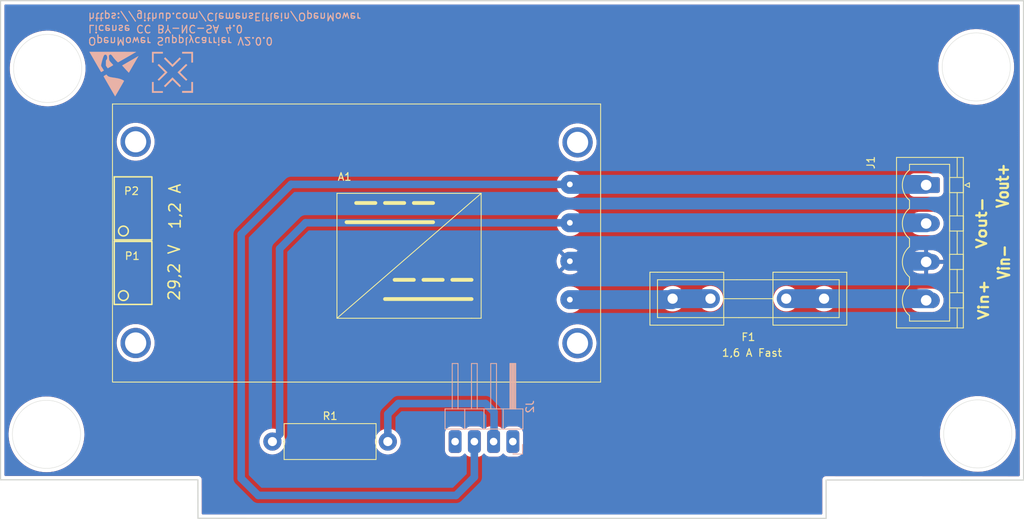
<source format=kicad_pcb>
(kicad_pcb (version 20211014) (generator pcbnew)
  (layers (0 "F.Cu" signal) (31 "B.Cu" signal) (34 "B.Paste" user) (35 "F.Paste" user) (36 "B.SilkS" user "B.Silkscreen") (37 "F.SilkS" user "F.Silkscreen") (38 "B.Mask" user) (39 "F.Mask" user) (44 "Edge.Cuts" user))
  (net 0 "")
  (net 1 "GND1")
  (net 2 "+BATT")
  (net 5 "Net-(F1-Pad1)")
  (net 6 "Net-(A1-Pad1)")
  (net 7 "Net-(A1-Pad2)")
  (net 8 "Net-(J2-Pad2)")
  (footprint "ene9ba_footprint:Fuseholder5x20_horiz_open_inline_Type-I" (layer "F.Cu") (at 133.8702 90.42 180)
    (fp_text reference "F1" (at 10 -5.08) (layer "F.SilkS"))
    (fp_text value "1,6 A Fast" (at 9.5178 -7.1628) (layer "F.SilkS"))
    (fp_line (start 13.25 0) (end 6.75 0) (layer "F.SilkS") (width 0.12))
    (fp_line (start 22 -2.5) (end 11.25 -2.5) (layer "F.SilkS") (width 0.12))
    (fp_line (start 6.75 -3.5) (end -3 -3.5) (layer "F.SilkS") (width 0.12))
    (fp_line (start -0.75 2.5) (end -2 2.5) (layer "F.SilkS") (width 0.12))
    (fp_line (start -0.5 -2.5) (end -2 -2.5) (layer "F.SilkS") (width 0.12))
    (fp_line (start 13.25 -3.5) (end 13.25 3.5) (layer "F.SilkS") (width 0.12))
    (fp_line (start 11.5 2.5) (end -0.75 2.5) (layer "F.SilkS") (width 0.12))
    (fp_line (start 6.75 3.5) (end -3 3.5) (layer "F.SilkS") (width 0.12))
    (fp_line (start 22 2.5) (end 11.5 2.5) (layer "F.SilkS") (width 0.12))
    (fp_line (start 23 -3.5) (end 23 3.5) (layer "F.SilkS") (width 0.12))
    (fp_line (start 23 -3.5) (end 22 -3.5) (layer "F.SilkS") (width 0.12))
    (fp_line (start 11.25 -2.5) (end -0.5 -2.5) (layer "F.SilkS") (width 0.12))
    (fp_line (start -3 -3.5) (end -3 3.5) (layer "F.SilkS") (width 0.12))
    (fp_line (start 22 -2.5) (end 22 2.5) (layer "F.SilkS") (width 0.12))
    (fp_line (start -2 -2.5) (end -2 2.5) (layer "F.SilkS") (width 0.12))
    (fp_line (start 22 3.5) (end 13.25 3.5) (layer "F.SilkS") (width 0.12))
    (fp_line (start 23 3.5) (end 22 3.5) (layer "F.SilkS") (width 0.12))
    (fp_line (start 6.75 -3.5) (end 6.75 3.5) (layer "F.SilkS") (width 0.12))
    (fp_line (start 22 -3.5) (end 13.25 -3.5) (layer "F.SilkS") (width 0.12))
    (pad "1" thru_hole circle locked (at 0 0 180) (size 2.35 2.35) (drill 1.35) (layers *.Cu *.Mask) (net 5 "Net-(F1-Pad1)"))
    (pad "1" thru_hole circle locked (at 5 0 180) (size 2.35 2.35) (drill 1.35) (layers *.Cu *.Mask) (net 5 "Net-(F1-Pad1)"))
    (pad "2" thru_hole circle locked (at 20 0 180) (size 2.35 2.35) (drill 1.35) (layers *.Cu *.Mask) (net 6 "Net-(A1-Pad1)"))
    (pad "2" thru_hole circle locked (at 15 0 180) (size 2.35 2.35) (drill 1.35) (layers *.Cu *.Mask) (net 6 "Net-(A1-Pad1)"))
  )
  (footprint "Resistor_THT:R_Axial_DIN0414_L11.9mm_D4.5mm_P15.24mm_Horizontal" (layer "F.Cu") (at 61.0194 109.3092)
    (fp_text reference "R1" (at 7.62 -3.37) (layer "F.SilkS"))
    (fp_text value "3k3")
    (fp_line (start 13.8 0) (end 13.69 0) (layer "F.SilkS") (width 0.12))
    (fp_line (start 1.55 -2.37) (end 1.55 2.37) (layer "F.SilkS") (width 0.12))
    (fp_line (start 13.69 -2.37) (end 1.55 -2.37) (layer "F.SilkS") (width 0.12))
    (fp_line (start 1.55 2.37) (end 13.69 2.37) (layer "F.SilkS") (width 0.12))
    (fp_line (start 13.69 2.37) (end 13.69 -2.37) (layer "F.SilkS") (width 0.12))
    (fp_line (start 1.44 0) (end 1.55 0) (layer "F.SilkS") (width 0.12))
    (pad "1" thru_hole circle locked (at 0 0) (size 2.4 2.4) (drill 1.2) (layers *.Cu *.Mask) (net 1 "GND1"))
    (pad "2" thru_hole oval locked (at 15.24 0) (size 2.4 2.4) (drill 1.2) (layers *.Cu *.Mask) (net 8 "Net-(J2-Pad2)"))
  )
  (footprint "ene9ba_footprint:DC-DC-XL4016" (layer "F.Cu") (at 101.2892 68.8808 180)
    (fp_text reference "A1" (at 30.734 -5.4356) (layer "F.SilkS"))
    (fp_text value "DC-DC-Converter")
    (fp_line (start 61.3918 4.191) (end -3.0734 4.191) (layer "F.SilkS") (width 0.12))
    (fp_line (start 13.97 -24.13) (end 12.7 -24.13) (layer "F.SilkS") (width 0.12))
    (fp_line (start -3.0734 4.191) (end -3.0734 -32.5628) (layer "F.SilkS") (width 0.12))
    (fp_line (start 12.7 -7.62) (end 31.75 -24.13) (layer "F.SilkS") (width 0.12))
    (fp_line (start 31.75 -24.13) (end 13.97 -24.13) (layer "F.SilkS") (width 0.12))
    (fp_line (start 13.97 -19.05) (end 16.51 -19.05) (layer "F.SilkS") (width 0.5))
    (fp_line (start 31.75 -7.62) (end 31.75 -24.13) (layer "F.SilkS") (width 0.12))
    (fp_line (start 61.3918 -32.5628) (end 61.3918 4.191) (layer "F.SilkS") (width 0.12))
    (fp_line (start 17.78 -19.05) (end 20.32 -19.05) (layer "F.SilkS") (width 0.5))
    (fp_line (start 21.59 -19.05) (end 24.13 -19.05) (layer "F.SilkS") (width 0.5))
    (fp_line (start 19.05 -8.89) (end 21.59 -8.89) (layer "F.SilkS") (width 0.5))
    (fp_line (start -3.0734 -32.5628) (end 61.3156 -32.5628) (layer "F.SilkS") (width 0.12))
    (fp_line (start 22.86 -8.89) (end 25.4 -8.89) (layer "F.SilkS") (width 0.5))
    (fp_line (start 13.97 -21.59) (end 25.4 -21.59) (layer "F.SilkS") (width 0.5))
    (fp_line (start 12.7 -24.13) (end 12.7 -7.62) (layer "F.SilkS") (width 0.12))
    (fp_line (start 26.67 -8.89) (end 29.21 -8.89) (layer "F.SilkS") (width 0.5))
    (fp_line (start 19.05 -11.43) (end 30.48 -11.43) (layer "F.SilkS") (width 0.5))
    (fp_line (start 12.7 -7.62) (end 31.75 -7.62) (layer "F.SilkS") (width 0.12))
    (pad "" thru_hole circle (at 58.33 -27.4 180) (size 4 4) (drill 2.8) (layers *.Cu *.Mask))
    (pad "" thru_hole circle (at 58.33 -0.8 180) (size 4 4) (drill 2.8) (layers *.Cu *.Mask))
    (pad "" thru_hole circle (at -0.03 -0.88 180) (size 4 4) (drill 2.8) (layers *.Cu *.Mask))
    (pad "" thru_hole circle (at -0.02 -27.43 180) (size 4 4) (drill 2.8) (layers *.Cu *.Mask))
    (pad "1" thru_hole circle (at 0.99 -21.67 180) (size 2.5 2.5) (drill 0.762) (layers *.Cu *.Mask) (net 6 "Net-(A1-Pad1)"))
    (pad "2" thru_hole circle (at 0.99 -16.59 180) (size 2.5 2.5) (drill 0.762) (layers *.Cu *.Mask) (net 7 "Net-(A1-Pad2)"))
    (pad "3" thru_hole circle (at 0.99 -6.43 180) (size 2.5 2.5) (drill 0.762) (layers *.Cu *.Mask) (net 2 "+BATT"))
    (pad "4" thru_hole circle (at 0.99 -11.51 180) (size 2.5 2.5) (drill 0.762) (layers *.Cu *.Mask) (net 1 "GND1"))
  )
  (footprint "Connector_Phoenix_MSTB:PhoenixContact_MSTBVA_2,5_4-G-5,08_1x04_P5.08mm_Vertical" (layer "F.Cu") (at 147.3535 75.4016 -90)
    (fp_text reference "J1" (at -2.9648 7.3039 -90) (layer "F.SilkS"))
    (fp_text value "Conn_01x04")
    (fp_line (start -2 2.2) (end -2.74 2.2) (layer "F.SilkS") (width 0.12))
    (fp_line (start 18.89 -4.91) (end -3.65 -4.91) (layer "F.SilkS") (width 0.12))
    (fp_line (start -2.74 2.2) (end -2.74 -3.1) (layer "F.SilkS") (width 0.12))
    (fp_line (start 18.89 -4.1) (end 16.35 -4.1) (layer "F.SilkS") (width 0.12))
    (fp_line (start -2.74 -3.1) (end 17.98 -3.1) (layer "F.SilkS") (width 0.12))
    (fp_line (start 0.3 -5.71) (end 0 -5.11) (layer "F.SilkS") (width 0.12))
    (fp_line (start 1 -4.1) (end 4.08 -4.1) (layer "F.SilkS") (width 0.12))
    (fp_line (start 1 -4.91) (end 1 -3.1) (layer "F.SilkS") (width 0.12))
    (fp_line (start 14.24 -4.91) (end 16.24 -4.91) (layer "F.SilkS") (width 0.12))
    (fp_line (start -3.65 -4.1) (end -1.11 -4.1) (layer "F.SilkS") (width 0.12))
    (fp_line (start 11.16 -3.1) (end 9.16 -3.1) (layer "F.SilkS") (width 0.12))
    (fp_line (start 16.24 -3.1) (end 14.24 -3.1) (layer "F.SilkS") (width 0.12))
    (fp_line (start 17.98 2.2) (end 17.24 2.2) (layer "F.SilkS") (width 0.12))
    (fp_line (start 16.24 -4.91) (end 16.24 -3.1) (layer "F.SilkS") (width 0.12))
    (fp_line (start -1 -4.91) (end 1 -4.91) (layer "F.SilkS") (width 0.12))
    (fp_line (start -0.3 -5.71) (end 0.3 -5.71) (layer "F.SilkS") (width 0.12))
    (fp_line (start 1 -3.1) (end -1 -3.1) (layer "F.SilkS") (width 0.12))
    (fp_line (start -1 -3.1) (end -1 -4.91) (layer "F.SilkS") (width 0.12))
    (fp_line (start 12.16 2.2) (end 13.24 2.2) (layer "F.SilkS") (width 0.12))
    (fp_line (start 6.08 -3.1) (end 4.08 -3.1) (layer "F.SilkS") (width 0.12))
    (fp_line (start 6.08 -4.1) (end 9.16 -4.1) (layer "F.SilkS") (width 0.12))
    (fp_line (start 7.08 2.2) (end 8.16 2.2) (layer "F.SilkS") (width 0.12))
    (fp_line (start 6.08 -4.91) (end 6.08 -3.1) (layer "F.SilkS") (width 0.12))
    (fp_line (start 11.16 -4.1) (end 14.24 -4.1) (layer "F.SilkS") (width 0.12))
    (fp_line (start 17.98 -3.1) (end 17.98 2.2) (layer "F.SilkS") (width 0.12))
    (fp_line (start 14.24 -3.1) (end 14.24 -4.91) (layer "F.SilkS") (width 0.12))
    (fp_line (start 9.16 -4.91) (end 11.16 -4.91) (layer "F.SilkS") (width 0.12))
    (fp_line (start 4.08 -3.1) (end 4.08 -4.91) (layer "F.SilkS") (width 0.12))
    (fp_line (start 4.08 -4.91) (end 6.08 -4.91) (layer "F.SilkS") (width 0.12))
    (fp_line (start 11.16 -4.91) (end 11.16 -3.1) (layer "F.SilkS") (width 0.12))
    (fp_line (start 9.16 -3.1) (end 9.16 -4.91) (layer "F.SilkS") (width 0.12))
    (fp_line (start 2 2.2) (end 3.08 2.2) (layer "F.SilkS") (width 0.12))
    (fp_line (start 18.89 3.91) (end 18.89 -4.91) (layer "F.SilkS") (width 0.12))
    (fp_line (start 0 -5.11) (end -0.3 -5.71) (layer "F.SilkS") (width 0.12))
    (fp_line (start -3.65 3.91) (end 18.89 3.91) (layer "F.SilkS") (width 0.12))
    (fp_line (start -3.65 -4.91) (end -3.65 3.91) (layer "F.SilkS") (width 0.12))
    (fp_arc (start 1.986842 2.215821) (mid -0.010289 3.142758) (end -2 2.2) (layer "F.SilkS") (width 0.12))
    (fp_arc (start 17.226842 2.215821) (mid 15.229711 3.142758) (end 13.24 2.2) (layer "F.SilkS") (width 0.12))
    (fp_arc (start 12.146842 2.215821) (mid 10.149711 3.142758) (end 8.16 2.2) (layer "F.SilkS") (width 0.12))
    (fp_arc (start 7.066842 2.215821) (mid 5.069711 3.142758) (end 3.08 2.2) (layer "F.SilkS") (width 0.12))
    (pad "1" thru_hole roundrect (at 0 0 270) (size 2.08 3.6) (drill 1.4) (layers *.Cu *.Mask) (roundrect_rratio 0.120192) (net 2 "+BATT"))
    (pad "2" thru_hole oval (at 5.08 0 270) (size 2.08 3.6) (drill 1.4) (layers *.Cu *.Mask) (net 1 "GND1"))
    (pad "3" thru_hole oval (at 10.16 0 270) (size 2.08 3.6) (drill 1.4) (layers *.Cu *.Mask) (net 7 "Net-(A1-Pad2)"))
    (pad "4" thru_hole oval (at 15.24 0 270) (size 2.08 3.6) (drill 1.4) (layers *.Cu *.Mask) (net 5 "Net-(F1-Pad1)"))
  )
  (footprint "ene9ba_footprint:PinHeader_1x04_P2.54mm_Horizontal" (layer "B.Cu") (at 92.7694 109.3092 90)
    (fp_text reference "J2" (at 4.603 2.27 270) (layer "B.SilkS") (effects (justify mirror)))
    (fp_text value "Conn_01x04")
    (fp_line (start 4.318 -0.16) (end 10.318 -0.16) (layer "B.SilkS") (width 0.12))
    (fp_line (start 10.318 -4.7) (end 10.318 -5.46) (layer "B.SilkS") (width 0.12))
    (fp_line (start 1.658 -8.95) (end 4.318 -8.95) (layer "B.SilkS") (width 0.12))
    (fp_line (start -1.651 0) (end -1.651 1.27) (layer "B.SilkS") (width 0.12))
    (fp_line (start 1.658 -1.27) (end 4.318 -1.27) (layer "B.SilkS") (width 0.12))
    (fp_line (start 10.318 -8) (end 4.318 -8) (layer "B.SilkS") (width 0.12))
    (fp_line (start 10.318 -5.46) (end 4.318 -5.46) (layer "B.SilkS") (width 0.12))
    (fp_line (start 1.658 1.33) (end 1.658 -8.95) (layer "B.SilkS") (width 0.12))
    (fp_line (start 10.318 -2.16) (end 10.318 -2.92) (layer "B.SilkS") (width 0.12))
    (fp_line (start 4.318 1.33) (end 1.658 1.33) (layer "B.SilkS") (width 0.12))
    (fp_line (start 4.318 0.38) (end 10.318 0.38) (layer "B.SilkS") (width 0.12))
    (fp_line (start 4.318 0.08) (end 10.318 0.08) (layer "B.SilkS") (width 0.12))
    (fp_line (start 4.318 -4.7) (end 10.318 -4.7) (layer "B.SilkS") (width 0.12))
    (fp_line (start 1.658 -6.35) (end 4.318 -6.35) (layer "B.SilkS") (width 0.12))
    (fp_line (start 4.318 -8.95) (end 4.318 1.33) (layer "B.SilkS") (width 0.12))
    (fp_line (start 4.318 -0.28) (end 10.318 -0.28) (layer "B.SilkS") (width 0.12))
    (fp_line (start 10.318 0.38) (end 10.318 -0.38) (layer "B.SilkS") (width 0.12))
    (fp_line (start 10.318 -2.92) (end 4.318 -2.92) (layer "B.SilkS") (width 0.12))
    (fp_line (start 1.658 -3.81) (end 4.318 -3.81) (layer "B.SilkS") (width 0.12))
    (fp_line (start -1.651 1.27) (end -0.381 1.27) (layer "B.SilkS") (width 0.12))
    (fp_line (start 4.318 0.2) (end 10.318 0.2) (layer "B.SilkS") (width 0.12))
    (fp_line (start 10.318 -7.24) (end 10.318 -8) (layer "B.SilkS") (width 0.12))
    (fp_line (start 4.318 -0.04) (end 10.318 -0.04) (layer "B.SilkS") (width 0.12))
    (fp_line (start 4.318 -2.16) (end 10.318 -2.16) (layer "B.SilkS") (width 0.12))
    (fp_line (start 10.318 -0.38) (end 4.318 -0.38) (layer "B.SilkS") (width 0.12))
    (fp_line (start 4.318 0.32) (end 10.318 0.32) (layer "B.SilkS") (width 0.12))
    (fp_line (start 4.318 -7.24) (end 10.318 -7.24) (layer "B.SilkS") (width 0.12))
    (pad "1" thru_hole roundrect (at 0 0 90) (size 3 1.7) (drill 1) (layers *.Cu *.Mask))
    (pad "2" thru_hole roundrect (at 0 -2.54 90) (size 3 1.7) (drill 1) (layers *.Cu *.Mask) (net 8 "Net-(J2-Pad2)"))
    (pad "3" thru_hole roundrect (at 0 -5.08 90) (size 3 1.7) (drill 1) (layers *.Cu *.Mask) (net 2 "+BATT"))
    (pad "4" thru_hole roundrect (at 0 -7.62 90) (size 3 1.7) (drill 1) (layers *.Cu *.Mask))
  )
  (footprint "Symbol:ESD-Logo_6.6x6mm_SilkScreen" (layer "B.Cu") (at 40.0968 60.748)
    (fp_text reference "REF**" hide)
    (fp_text value "ESD-Logo_6.6x6mm_SilkScreen" hide)
    (fp_poly (pts (xy 1.987528 -0.234619) (xy 1.998908 -0.253693) (xy 2.024488 -0.297421) (xy 2.063002 -0.363619) (xy 2.113186 -0.450102) (xy 2.173775 -0.554685) (xy 2.243503 -0.675183) (xy 2.321107 -0.809412) (xy 2.40532 -0.955187) (xy 2.494879 -1.110323) (xy 2.586998 -1.27) (xy 2.681076 -1.433117) (xy 2.771402 -1.589709) (xy 2.856665 -1.737506) (xy 2.935557 -1.87424) (xy 3.006769 -1.997642) (xy 3.068991 -2.105444) (xy 3.120913 -2.195377) (xy 3.161228 -2.265173) (xy 3.188624 -2.312564) (xy 3.201507 -2.334786) (xy 3.222507 -2.37233) (xy 3.233925 -2.395831) (xy 3.234551 -2.39992) (xy 3.220636 -2.392242) (xy 3.181941 -2.370203) (xy 3.120487 -2.334971) (xy 3.038298 -2.287711) (xy 2.937396 -2.229589) (xy 2.819805 -2.161771) (xy 2.687546 -2.085424) (xy 2.542642 -2.001714) (xy 2.387117 -1.911806) (xy 2.222992 -1.816867) (xy 2.160549 -1.780732) (xy 1.993487 -1.684083) (xy 1.834074 -1.591938) (xy 1.684355 -1.505475) (xy 1.546376 -1.425871) (xy 1.422185 -1.354305) (xy 1.313827 -1.291955) (xy 1.223348 -1.239998) (xy 1.152796 -1.199613) (xy 1.104215 -1.171978) (xy 1.079654 -1.158272) (xy 1.077085 -1.156974) (xy 1.084569 -1.14522) (xy 1.110614 -1.113795) (xy 1.152559 -1.065594) (xy 1.207746 -1.00351) (xy 1.273517 -0.930439) (xy 1.347212 -0.849276) (xy 1.426173 -0.762916) (xy 1.50774 -0.674253) (xy 1.589254 -0.586182) (xy 1.668057 -0.501599) (xy 1.74149 -0.423397) (xy 1.806893 -0.354472) (xy 1.861608 -0.297719) (xy 1.902977 -0.256032) (xy 1.917164 -0.242363) (xy 1.96418 -0.198201) (xy 1.987528 -0.234619)) (layer "B.SilkS") (width 0.01) (fill solid))
    (fp_poly (pts (xy 0.164043 2.914165) (xy 0.187065 2.876755) (xy 0.222534 2.817486) (xy 0.268996 2.738882) (xy 0.324996 2.643462) (xy 0.389081 2.53375) (xy 0.459796 2.412266) (xy 0.535687 2.281532) (xy 0.615299 2.14407) (xy 0.697178 2.002402) (xy 0.77987 1.859049) (xy 0.861921 1.716533) (xy 0.941876 1.577376) (xy 1.018281 1.444099) (xy 1.089682 1.319224) (xy 1.154624 1.205273) (xy 1.211653 1.104767) (xy 1.259315 1.020228) (xy 1.296155 0.954178) (xy 1.32072 0.909138) (xy 1.331554 0.88763) (xy 1.331951 0.886286) (xy 1.318501 0.868035) (xy 1.281114 0.840118) (xy 1.224235 0.805275) (xy 1.152312 0.766246) (xy 1.077015 0.729157) (xy 0.97456 0.684183) (xy 0.866817 0.643774) (xy 0.750073 0.607031) (xy 0.620618 0.573058) (xy 0.47474 0.540956) (xy 0.308726 0.509827) (xy 0.118866 0.478773) (xy -0.077531 0.449855) (xy -0.248166 0.4242) (xy -0.391455 0.398802) (xy -0.510992 0.372398) (xy -0.61037 0.343727) (xy -0.693182 0.311527) (xy -0.763022 0.274535) (xy -0.823482 0.231488) (xy -0.878155 0.181125) (xy -0.895786 0.162417) (xy -0.934 0.118861) (xy -0.962268 0.083318) (xy -0.975382 0.062417) (xy -0.975732 0.060703) (xy -0.98032 0.050194) (xy -0.996242 0.050076) (xy -1.026734 0.061746) (xy -1.075032 0.086604) (xy -1.144373 0.126048) (xy -1.192561 0.154413) (xy -1.264417 0.198753) (xy -1.320258 0.236721) (xy -1.356333 0.265584) (xy -1.368887 0.282612) (xy -1.368879 0.282736) (xy -1.361094 0.298963) (xy -1.339108 0.3396) (xy -1.304197 0.402433) (xy -1.257637 0.485248) (xy -1.200705 0.585828) (xy -1.134677 0.70196) (xy -1.060828 0.831429) (xy -0.980436 0.97202) (xy -0.894776 1.121518) (xy -0.805124 1.277708) (xy -0.712757 1.438376) (xy -0.618951 1.601307) (xy -0.524982 1.764287) (xy -0.432126 1.9251) (xy -0.34166 2.081532) (xy -0.254859 2.231367) (xy -0.173 2.372392) (xy -0.097359 2.502391) (xy -0.029213 2.619151) (xy 0.030163 2.720455) (xy 0.079493 2.804089) (xy 0.1175 2.867838) (xy 0.142907 2.909489) (xy 0.15444 2.926825) (xy 0.154923 2.927195) (xy 0.164043 2.914165)) (layer "B.SilkS") (width 0.01) (fill solid))
    (fp_poly (pts (xy -1.677906 -0.291158) (xy -1.645381 -0.303736) (xy -1.595807 -0.328712) (xy -1.524626 -0.367876) (xy -1.519084 -0.370988) (xy -1.453526 -0.408476) (xy -1.398202 -0.441319) (xy -1.358545 -0.466205) (xy -1.339988 -0.47982) (xy -1.339469 -0.480487) (xy -1.343952 -0.49939) (xy -1.364514 -0.541605) (xy -1.399817 -0.604832) (xy -1.44852 -0.686772) (xy -1.509282 -0.785122) (xy -1.580764 -0.897585) (xy -1.598555 -0.925165) (xy -1.644907 -1.001699) (xy -1.678658 -1.067556) (xy -1.696847 -1.116782) (xy -1.698714 -1.126507) (xy -1.697885 -1.169312) (xy -1.688606 -1.237209) (xy -1.672032 -1.325843) (xy -1.64932 -1.430859) (xy -1.621627 -1.547902) (xy -1.59011 -1.672616) (xy -1.555925 -1.800645) (xy -1.520229 -1.927634) (xy -1.484179 -2.049228) (xy -1.448932 -2.161072) (xy -1.415644 -2.25881) (xy -1.385472 -2.338087) (xy -1.364439 -2.385122) (xy -1.339663 -2.435225) (xy -1.31627 -2.483168) (xy -1.315003 -2.485793) (xy -1.276301 -2.53422) (xy -1.219816 -2.566828) (xy -1.154061 -2.582454) (xy -1.087549 -2.579937) (xy -1.028795 -2.558114) (xy -0.995742 -2.529382) (xy -0.948141 -2.450583) (xy -0.913261 -2.352378) (xy -0.894123 -2.244779) (xy -0.891412 -2.18378) (xy -0.90233 -2.069935) (xy -0.934376 -1.97566) (xy -0.989274 -1.896379) (xy -1.006393 -1.878733) (xy -1.057339 -1.829235) (xy -1.060837 -1.479362) (xy -1.064336 -1.129489) (xy -0.975182 -0.994531) (xy -0.933346 -0.933445) (xy -0.893055 -0.878493) (xy -0.860057 -0.837336) (xy -0.845874 -0.822192) (xy -0.805719 -0.78481) (xy -0.751335 -0.814098) (xy -0.716961 -0.835084) (xy -0.698154 -0.851378) (xy -0.696951 -0.854307) (xy -0.684097 -0.866728) (xy -0.662104 -0.875977) (xy -0.64085 -0.884313) (xy -0.608306 -0.900149) (xy -0.561678 -0.925033) (xy -0.498171 -0.960509) (xy -0.414992 -1.008123) (xy -0.309347 -1.069422) (xy -0.251938 -1.102932) (xy -0.184406 -1.143071) (xy -0.140115 -1.171659) (xy -0.115145 -1.192039) (xy -0.105577 -1.207553) (xy -0.107492 -1.221546) (xy -0.109089 -1.224796) (xy -0.124624 -1.245266) (xy -0.157864 -1.283665) (xy -0.204938 -1.335696) (xy -0.261972 -1.397066) (xy -0.3113 -1.44909) (xy -0.42497 -1.572567) (xy -0.513895 -1.679591) (xy -0.578866 -1.77124) (xy -0.620679 -1.848588) (xy -0.634783 -1.887866) (xy -0.640608 -1.922249) (xy -0.646625 -1.980899) (xy -0.652304 -2.057117) (xy -0.657116 -2.144202) (xy -0.659381 -2.199268) (xy -0.662541 -2.294464) (xy -0.663931 -2.364062) (xy -0.663142 -2.413409) (xy -0.659765 -2.447854) (xy -0.653392 -2.472743) (xy -0.643613 -2.493425) (xy -0.635933 -2.506053) (xy -0.591579 -2.554726) (xy -0.534426 -2.588645) (xy -0.474292 -2.603438) (xy -0.429227 -2.598086) (xy -0.388424 -2.57493) (xy -0.337276 -2.533462) (xy -0.282958 -2.480912) (xy -0.232643 -2.424516) (xy -0.193506 -2.371505) (xy -0.179095 -2.345889) (xy -0.157509 -2.310814) (xy -0.118247 -2.257389) (xy -0.064898 -2.189789) (xy -0.001048 -2.11219) (xy 0.069715 -2.028768) (xy 0.143804 -1.943698) (xy 0.217632 -1.861155) (xy 0.287611 -1.785316) (xy 0.350155 -1.720356) (xy 0.39926 -1.672669) (xy 0.453779 -1.625032) (xy 0.499642 -1.589908) (xy 0.531811 -1.570949) (xy 0.542489 -1.568864) (xy 0.558853 -1.577274) (xy 0.599671 -1.599846) (xy 0.662586 -1.635224) (xy 0.745244 -1.682054) (xy 0.845289 -1.738981) (xy 0.960366 -1.804649) (xy 1.088119 -1.877703) (xy 1.226194 -1.956788) (xy 1.372234 -2.040548) (xy 1.523884 -2.127629) (xy 1.67879 -2.216676) (xy 1.834595 -2.306332) (xy 1.988944 -2.395243) (xy 2.139482 -2.482054) (xy 2.283854 -2.565409) (xy 2.419704 -2.643954) (xy 2.544677 -2.716333) (xy 2.656417 -2.78119) (xy 2.75257 -2.837171) (xy 2.830779 -2.88292) (xy 2.888689 -2.917083) (xy 2.923946 -2.938304) (xy 2.934165 -2.944963) (xy 2.920402 -2.94628) (xy 2.877104 -2.947559) (xy 2.805714 -2.948796) (xy 2.707673 -2.949983) (xy 2.584422 -2.951115) (xy 2.437403 -2.952186) (xy 2.268057 -2.953189) (xy 2.077826 -2.954119) (xy 1.868151 -2.954968) (xy 1.640473 -2.955732) (xy 1.396235 -2.956403) (xy 1.136877 -2.956976) (xy 0.863841 -2.957444) (xy 0.578568 -2.957802) (xy 0.2825 -2.958042) (xy -0.022921 -2.958159) (xy -0.151076 -2.958171) (xy -3.25103 -2.958171) (xy -3.029947 -2.574847) (xy -2.983144 -2.49368) (xy -2.922898 -2.389166) (xy -2.851222 -2.264801) (xy -2.770131 -2.124082) (xy -2.681638 -1.970503) (xy -2.58776 -1.807562) (xy -2.490509 -1.638754) (xy -2.3919 -1.467575) (xy -2.293947 -1.297521) (xy -2.269175 -1.254512) (xy -2.178848 -1.097857) (xy -2.092711 -0.948803) (xy -2.012058 -0.809568) (xy -1.938184 -0.682371) (xy -1.872383 -0.569432) (xy -1.81595 -0.472968) (xy -1.770179 -0.3952) (xy -1.736365 -0.338346) (xy -1.715802 -0.304625) (xy -1.710047 -0.29604) (xy -1.697942 -0.289189) (xy -1.677906 -0.291158)) (layer "B.SilkS") (width 0.01) (fill solid))
  )
  (footprint "x-tech-logo:x-tech-logo" (layer "B.Cu") (at 47.7968 60.448 180)
    (fp_text reference "G***" hide)
    (fp_text value "LOGO" hide)
    (fp_poly (pts (xy -1.794969 1.024989) (xy -1.733517 0.970715) (xy -1.643262 0.886539) (xy -1.529623 0.7776) (xy -1.39802 0.649037) (xy -1.253874 0.505989) (xy -1.241778 0.493889) (xy -0.691988 -0.056444) (xy -1.241778 -0.606778) (xy -1.386706 -0.750777) (xy -1.51953 -0.880708) (xy -1.63483 -0.991433) (xy -1.727187 -1.077812) (xy -1.791182 -1.134707) (xy -1.821393 -1.156979) (xy -1.822198 -1.157111) (xy -1.860678 -1.138189) (xy -1.913881 -1.091993) (xy -1.919996 -1.085614) (xy -1.987164 -1.014117) (xy -1.508949 -0.535281) (xy -1.030734 -0.056444) (xy -1.987164 0.901228) (xy -1.919996 0.972725) (xy -1.866489 1.021052) (xy -1.825198 1.043938) (xy -1.822198 1.044222) (xy -1.794969 1.024989)) (layer "B.SilkS") (width 0.01) (fill solid))
    (fp_poly (pts (xy 1.804233 1.0253) (xy 1.857436 0.979105) (xy 1.863551 0.972725) (xy 1.930719 0.901228) (xy 0.974289 -0.056444) (xy 1.452504 -0.535281) (xy 1.930719 -1.014117) (xy 1.863551 -1.085614) (xy 1.810044 -1.133941) (xy 1.768753 -1.156827) (xy 1.765753 -1.157111) (xy 1.738524 -1.137878) (xy 1.677072 -1.083604) (xy 1.586817 -0.999428) (xy 1.473178 -0.890489) (xy 1.341575 -0.761926) (xy 1.197429 -0.618878) (xy 1.185333 -0.606778) (xy 0.635543 -0.056444) (xy 1.185333 0.493889) (xy 1.330261 0.637888) (xy 1.463085 0.767819) (xy 1.578385 0.878544) (xy 1.670742 0.964924) (xy 1.734737 1.021819) (xy 1.764948 1.04409) (xy 1.765753 1.044222) (xy 1.804233 1.0253)) (layer "B.SilkS") (width 0.01) (fill solid))
    (fp_poly (pts (xy 2.681111 -2.765778) (xy 1.241778 -2.765778) (xy 1.241778 -2.54) (xy 2.455333 -2.54) (xy 2.455333 -1.326444) (xy 2.681111 -1.326444) (xy 2.681111 -2.765778)) (layer "B.SilkS") (width 0.01) (fill solid))
    (fp_poly (pts (xy -2.511778 -2.511778) (xy -1.298222 -2.511778) (xy -1.298222 -2.765778) (xy -2.737556 -2.765778) (xy -2.737556 -1.326444) (xy -2.511778 -1.326444) (xy -2.511778 -2.511778)) (layer "B.SilkS") (width 0.01) (fill solid))
    (fp_poly (pts (xy 0.536086 -1.283975) (xy 1.100388 -1.847748) (xy 1.015745 -1.932392) (xy 0.931102 -2.017035) (xy 0.45144 -1.537995) (xy -0.028222 -1.058956) (xy -0.501247 -1.531367) (xy -0.634795 -1.664097) (xy -0.755075 -1.782414) (xy -0.856377 -1.8808) (xy -0.932991 -1.953738) (xy -0.979208 -1.995712) (xy -0.990217 -2.003778) (xy -1.018628 -1.985328) (xy -1.065405 -1.940705) (xy -1.067525 -1.938459) (xy -1.110513 -1.885016) (xy -1.12888 -1.846934) (xy -1.128889 -1.846465) (xy -1.109671 -1.820289) (xy -1.055438 -1.759813) (xy -0.971322 -1.670415) (xy -0.862458 -1.557471) (xy -0.733976 -1.426357) (xy -0.591011 -1.28245) (xy -0.578552 -1.269997) (xy -0.028216 -0.720203) (xy 0.536086 -1.283975)) (layer "B.SilkS") (width 0.01) (fill solid))
    (fp_poly (pts (xy -1.298222 2.427111) (xy -2.511778 2.427111) (xy -2.511778 1.241778) (xy -2.737556 1.241778) (xy -2.737556 2.652889) (xy -1.298222 2.652889) (xy -1.298222 2.427111)) (layer "B.SilkS") (width 0.01) (fill solid))
    (fp_poly (pts (xy 2.681111 1.241778) (xy 2.455333 1.241778) (xy 2.455333 2.427111) (xy 1.241778 2.427111) (xy 1.241778 2.652889) (xy 2.681111 2.652889) (xy 2.681111 1.241778)) (layer "B.SilkS") (width 0.01) (fill solid))
    (fp_poly (pts (xy 1.016026 1.84853) (xy 1.102215 1.765956) (xy 0.544317 1.207533) (xy 0.399079 1.062663) (xy 0.266888 0.931769) (xy 0.152946 0.819927) (xy 0.06246 0.732214) (xy 0.000633 0.673706) (xy -0.027329 0.649479) (xy -0.028229 0.649111) (xy -0.051212 0.668283) (xy -0.108719 0.722388) (xy -0.195502 0.806308) (xy -0.306311 0.914925) (xy -0.435898 1.043122) (xy -0.579013 1.185781) (xy -0.591899 1.198676) (xy -1.140922 1.748241) (xy -1.05835 1.834428) (xy -0.975777 1.920615) (xy -0.502 1.447452) (xy -0.028222 0.974289) (xy 0.450807 1.452697) (xy 0.929837 1.931105) (xy 1.016026 1.84853)) (layer "B.SilkS") (width 0.01) (fill solid))
  )
  (gr_rect (start 40.126 74.3164) (end 45.1044 82.6476) (layer "F.SilkS") (width 0.2) (fill none))
  (gr_rect (start 40.126 82.8508) (end 45.1044 91.182) (layer "F.SilkS") (width 0.2) (fill none))
  (gr_circle (center 41.3452 81.4792) (end 41.991778 81.4792) (layer "F.SilkS") (width 0.2) (fill none))
  (gr_circle (center 41.3452 90.0136) (end 41.991778 90.0136) (layer "F.SilkS") (width 0.2) (fill none))
  (gr_line (start 160.22 114.4) (end 160.21 51.04) (layer "Edge.Cuts") (width 0.15))
  (gr_line (start 134.14 114.39) (end 160.22 114.4) (layer "Edge.Cuts") (width 0.15))
  (gr_line (start 51.18 114.36) (end 51.19 119.45) (layer "Edge.Cuts") (width 0.15))
  (gr_circle (center 31.3376 59.989108) (end 35.8376 59.989108) (layer "Edge.Cuts") (width 0.05) (fill none))
  (gr_circle (center 31.1852 108.3528) (end 35.6852 108.3528) (layer "Edge.Cuts") (width 0.05) (fill none))
  (gr_line (start 51.19 119.45) (end 134.14 119.46) (layer "Edge.Cuts") (width 0.15))
  (gr_line (start 25.12 114.36) (end 51.18 114.36) (layer "Edge.Cuts") (width 0.15))
  (gr_line (start 134.14 114.39) (end 134.14 119.46) (layer "Edge.Cuts") (width 0.15))
  (gr_line (start 25.12 51.03) (end 160.21 51.04) (layer "Edge.Cuts") (width 0.15))
  (gr_circle (center 153.967108 59.7876) (end 158.467108 59.7876) (layer "Edge.Cuts") (width 0.05) (fill none))
  (gr_line (start 25.12 114.36) (end 25.12 51.03) (layer "Edge.Cuts") (width 0.15))
  (gr_circle (center 154.172 108.3012) (end 158.672 108.3012) (layer "Edge.Cuts") (width 0.05) (fill none))
  (gr_text "OpenMower Supplycarrier V2.0.0\nLicense CC BY-NC-SA 4.0\nhttps://github.com/ClemensElflein/OpenMower" (at 36.5968 54.748 180) (layer "B.SilkS") (effects (font (size 1 1)) (justify left mirror)))
  (gr_text "Vin-" (at 157.6264 85.594 90) (layer "F.SilkS") (effects (font (size 1.5 1.3) (thickness 0.3))))
  (gr_text "Vout+" (at 157.474 75.4848 90) (layer "F.SilkS") (effects (font (size 1.5 1.3) (thickness 0.3))))
  (gr_text "Vout-" (at 154.68 80.4124 90) (layer "F.SilkS") (effects (font (size 1.3 1.5) (thickness 0.3))))
  (gr_text "1,2 A" (at 48.1524 78.228 90) (layer "F.SilkS") (effects (font (size 1.5 1.5) (thickness 0.2))))
  (gr_text "Vin+" (at 154.934 90.5724 90) (layer "F.SilkS") (effects (font (size 1.3 1.5) (thickness 0.3))))
  (gr_text "P2" (at 42.412 76.196) (layer "F.SilkS") (effects (font (size 1 1))))
  (gr_text "P1" (at 42.5136 84.7812) (layer "F.SilkS") (effects (font (size 1 1))))
  (gr_text "29,2 V" (at 48.0508 86.9656 90) (layer "F.SilkS") (effects (font (size 1.5 1.5) (thickness 0.2))))
  (segment (start 61.97 83.816) (end 65.3952 80.3908) (width 1) (layer "B.Cu") (net 1))
  (segment (start 61.97 108.3586) (end 61.97 83.816) (width 1) (layer "B.Cu") (net 1))
  (segment (start 147.3427 80.3908) (end 147.3535 80.4016) (width 1) (layer "B.Cu") (net 1))
  (segment (start 65.3952 80.3908) (end 100.2992 80.3908) (width 1) (layer "B.Cu") (net 1))
  (segment (start 61.0194 109.3092) (end 61.97 108.3586) (width 1) (layer "B.Cu") (net 1))
  (segment (start 100.2992 80.3908) (end 147.3427 80.3908) (width 2.5) (layer "B.Cu") (net 1))
  (segment (start 85.2618 116.4296) (end 59.1506 116.4296) (width 1) (layer "B.Cu") (net 2))
  (segment (start 87.6894 109.3092) (end 87.6894 114.002) (width 1) (layer "B.Cu") (net 2))
  (segment (start 100.2992 75.3108) (end 147.2627 75.3108) (width 2.5) (layer "B.Cu") (net 2))
  (segment (start 87.6894 114.002) (end 85.2618 116.4296) (width 1) (layer "B.Cu") (net 2))
  (segment (start 59.1506 116.4296) (end 56.89 114.169) (width 1) (layer "B.Cu") (net 2))
  (segment (start 56.89 81.911) (end 63.4902 75.3108) (width 1) (layer "B.Cu") (net 2))
  (segment (start 147.2627 75.3108) (end 147.3535 75.4016) (width 1) (layer "B.Cu") (net 2))
  (segment (start 63.4902 75.3108) (end 100.2992 75.3108) (width 1) (layer "B.Cu") (net 2))
  (segment (start 56.89 114.169) (end 56.89 81.911) (width 1) (layer "B.Cu") (net 2))
  (segment (start 128.8702 90.42) (end 133.8702 90.42) (width 2.5) (layer "B.Cu") (net 5))
  (segment (start 133.8702 90.42) (end 147.3351 90.42) (width 2.5) (layer "B.Cu") (net 5))
  (segment (start 113.8702 90.42) (end 118.8702 90.42) (width 2.5) (layer "B.Cu") (net 6))
  (segment (start 113.7394 90.5508) (end 113.8702 90.42) (width 2.5) (layer "B.Cu") (net 6))
  (segment (start 100.2992 90.5508) (end 113.7394 90.5508) (width 2.5) (layer "B.Cu") (net 6))
  (segment (start 100.2992 85.4708) (end 147.2843 85.4708) (width 2.5) (layer "B.Cu") (net 7))
  (segment (start 90.291 109.2476) (end 90.2294 109.3092) (width 1) (layer "B.Cu") (net 8))
  (segment (start 89.1734 104.2884) (end 90.291 105.406) (width 1) (layer "B.Cu") (net 8))
  (segment (start 90.291 105.406) (end 90.291 109.2476) (width 1) (layer "B.Cu") (net 8))
  (segment (start 76.2594 109.3092) (end 76.2594 105.6708) (width 1) (layer "B.Cu") (net 8))
  (segment (start 76.2594 105.6708) (end 77.6418 104.2884) (width 1) (layer "B.Cu") (net 8))
  (segment (start 77.6418 104.2884) (end 89.1734 104.2884) (width 1) (layer "B.Cu") (net 8))
  (zone (net 7) (net_name "Net-(A1-Pad2)") (layers F&B.Cu) (connect_pads (clearance 0.508)) (min_thickness 0.254) (fill yes (thermal_gap 0.508) (thermal_bridge_width 0.508))
    (polygon (pts (xy 159.8 114.44) (xy 134.4 114.44) (xy 134.4 119.52) (xy 50.58 119.52) (xy 50.58 114.44) (xy 25.18 114.44) (xy 25.18 50.94) (xy 159.8 50.94)))
  )
)
</source>
